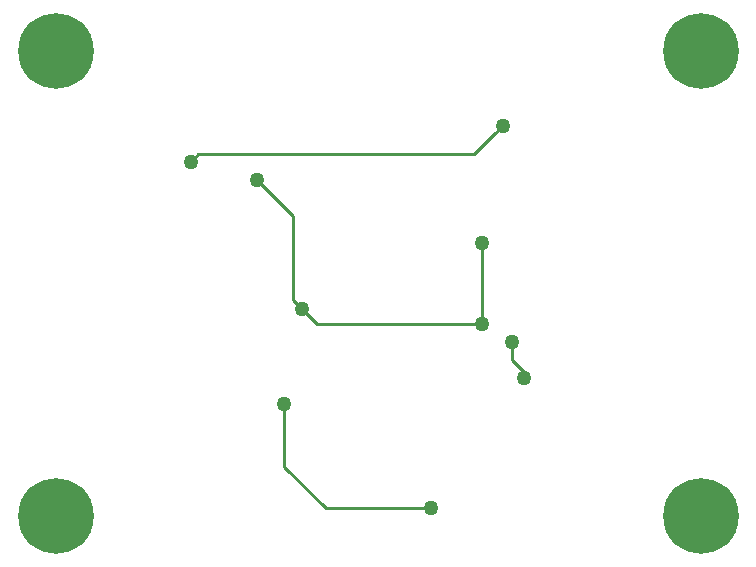
<source format=gbl>
G04 #@! TF.GenerationSoftware,KiCad,Pcbnew,(2017-12-02 revision 3109343b9)-master*
G04 #@! TF.CreationDate,2018-01-07T22:26:38+01:00*
G04 #@! TF.ProjectId,epaperle,6570617065726C652E6B696361645F70,rev?*
G04 #@! TF.SameCoordinates,Original*
G04 #@! TF.FileFunction,Copper,L2,Bot,Signal*
G04 #@! TF.FilePolarity,Positive*
%FSLAX46Y46*%
G04 Gerber Fmt 4.6, Leading zero omitted, Abs format (unit mm)*
G04 Created by KiCad (PCBNEW (2017-12-02 revision 3109343b9)-master) date Sun Jan  7 22:26:38 2018*
%MOMM*%
%LPD*%
G01*
G04 APERTURE LIST*
%ADD10C,6.400000*%
%ADD11C,1.270000*%
%ADD12C,0.254000*%
G04 APERTURE END LIST*
D10*
X215900000Y-123190000D03*
X161290000Y-83820000D03*
X161290000Y-123190000D03*
X215900000Y-83820000D03*
D11*
X193065400Y-122580400D03*
X180594000Y-113715800D03*
X182118000Y-105689400D03*
X178308000Y-94792801D03*
X197358000Y-106934000D03*
X197358000Y-100076000D03*
X172720000Y-93218000D03*
X199136000Y-90170000D03*
X200914000Y-111506000D03*
X199898000Y-108458000D03*
D12*
X180594000Y-119049800D02*
X184124600Y-122580400D01*
X184124600Y-122580400D02*
X191269349Y-122580400D01*
X180594000Y-113715800D02*
X180594000Y-119049800D01*
X191269349Y-122580400D02*
X193065400Y-122580400D01*
X173354999Y-92583001D02*
X196722999Y-92583001D01*
X172720000Y-93218000D02*
X173354999Y-92583001D01*
X198501001Y-90804999D02*
X199136000Y-90170000D01*
X196722999Y-92583001D02*
X198501001Y-90804999D01*
X181356000Y-97840801D02*
X181356000Y-104927400D01*
X181356000Y-104927400D02*
X181483001Y-105054401D01*
X181483001Y-105054401D02*
X182118000Y-105689400D01*
X178308000Y-94792801D02*
X181356000Y-97840801D01*
X183362600Y-106934000D02*
X182752999Y-106324399D01*
X182752999Y-106324399D02*
X182118000Y-105689400D01*
X197358000Y-106934000D02*
X183362600Y-106934000D01*
X197358000Y-100076000D02*
X197358000Y-106934000D01*
X199898000Y-109982000D02*
X200914000Y-110998000D01*
X200914000Y-110998000D02*
X200914000Y-111506000D01*
X199898000Y-108458000D02*
X199898000Y-109982000D01*
M02*

</source>
